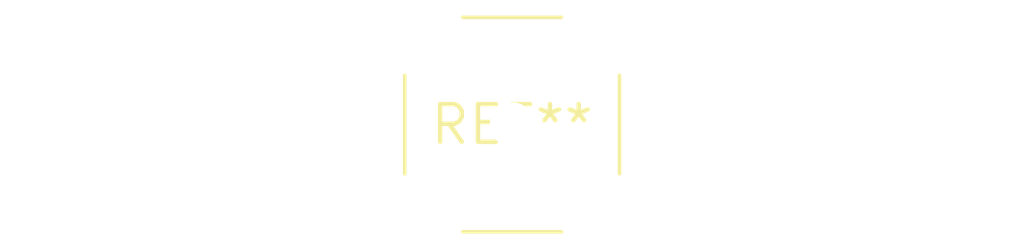
<source format=kicad_pcb>
(kicad_pcb (version 20240108) (generator pcbnew)
  (layers (0 "F.Cu" signal) (31 "B.Cu" signal) (34 "B.Paste" user) (35 "F.Paste" user) (36 "B.SilkS" user "B.Silkscreen") (37 "F.SilkS" user "F.Silkscreen") (38 "B.Mask" user) (39 "F.Mask" user) (44 "Edge.Cuts" user))
  (net 0 "")
  (footprint "SMA_Amphenol_132291-12_Vertical" (layer "F.Cu") (at 0 0)
    (property "Reference" "REF**")
    (property "Value" "SMA_Amphenol_132291-12_Vertical")
    (fp_line (start -3.61 -1.66) (end -3.61 1.66) (layer "F.SilkS") (stroke (width 0.12)))
    (fp_line (start 1.66 -3.61) (end -1.66 -3.61) (layer "F.SilkS") (stroke (width 0.12)))
    (fp_line (start 1.66 3.61) (end -1.66 3.61) (layer "F.SilkS") (stroke (width 0.12)))
    (fp_line (start 3.61 -1.66) (end 3.61 1.66) (layer "F.SilkS") (stroke (width 0.12)))
    (pad "1" thru_hole circle (at 0 0) (size 2.05 2.05) (drill 1.5) (layers *.Cu *.Mask) (remove_unused_layers))
    (pad "2" thru_hole circle (at -2.54 -2.54) (size 2.25 2.25) (drill 1.7) (layers *.Cu *.Mask) (remove_unused_layers))
    (pad "2" thru_hole circle (at -2.54 2.54) (size 2.25 2.25) (drill 1.7) (layers *.Cu *.Mask) (remove_unused_layers))
    (pad "2" thru_hole circle (at 2.54 -2.54) (size 2.25 2.25) (drill 1.7) (layers *.Cu *.Mask) (remove_unused_layers))
    (pad "2" thru_hole circle (at 2.54 2.54) (size 2.25 2.25) (drill 1.7) (layers *.Cu *.Mask) (remove_unused_layers))
  )
)
</source>
